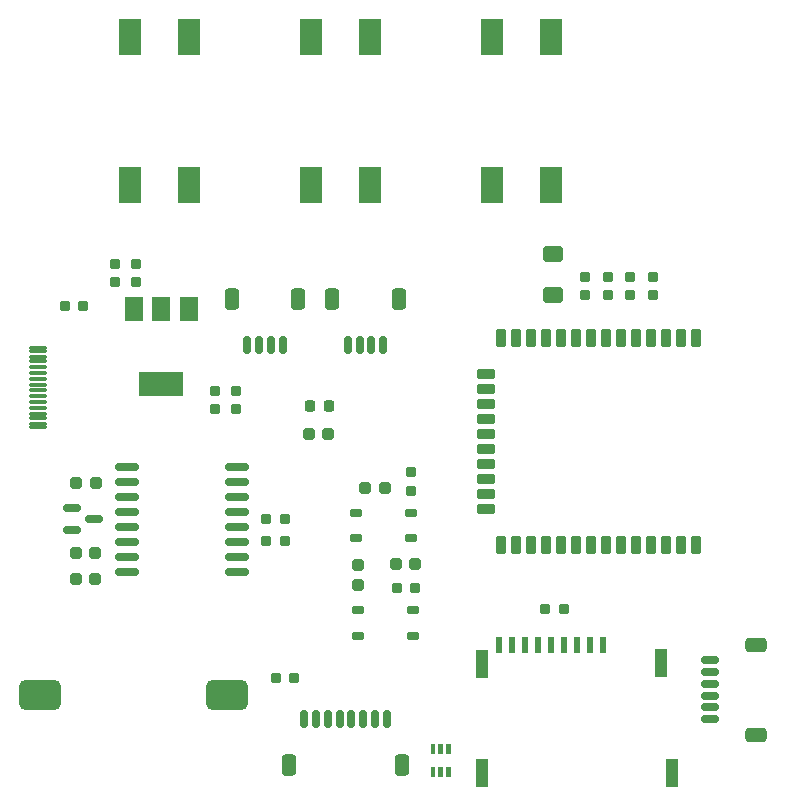
<source format=gtp>
G04 #@! TF.GenerationSoftware,KiCad,Pcbnew,7.0.1*
G04 #@! TF.CreationDate,2023-04-16T16:23:16+07:00*
G04 #@! TF.ProjectId,chargerV1,63686172-6765-4725-9631-2e6b69636164,rev?*
G04 #@! TF.SameCoordinates,Original*
G04 #@! TF.FileFunction,Paste,Top*
G04 #@! TF.FilePolarity,Positive*
%FSLAX46Y46*%
G04 Gerber Fmt 4.6, Leading zero omitted, Abs format (unit mm)*
G04 Created by KiCad (PCBNEW 7.0.1) date 2023-04-16 16:23:16*
%MOMM*%
%LPD*%
G01*
G04 APERTURE LIST*
G04 Aperture macros list*
%AMRoundRect*
0 Rectangle with rounded corners*
0 $1 Rounding radius*
0 $2 $3 $4 $5 $6 $7 $8 $9 X,Y pos of 4 corners*
0 Add a 4 corners polygon primitive as box body*
4,1,4,$2,$3,$4,$5,$6,$7,$8,$9,$2,$3,0*
0 Add four circle primitives for the rounded corners*
1,1,$1+$1,$2,$3*
1,1,$1+$1,$4,$5*
1,1,$1+$1,$6,$7*
1,1,$1+$1,$8,$9*
0 Add four rect primitives between the rounded corners*
20,1,$1+$1,$2,$3,$4,$5,0*
20,1,$1+$1,$4,$5,$6,$7,0*
20,1,$1+$1,$6,$7,$8,$9,0*
20,1,$1+$1,$8,$9,$2,$3,0*%
G04 Aperture macros list end*
%ADD10C,0.010000*%
%ADD11RoundRect,0.127500X0.297500X0.322500X-0.297500X0.322500X-0.297500X-0.322500X0.297500X-0.322500X0*%
%ADD12RoundRect,0.127500X0.322500X-0.297500X0.322500X0.297500X-0.322500X0.297500X-0.322500X-0.297500X0*%
%ADD13RoundRect,0.218750X-0.218750X-0.256250X0.218750X-0.256250X0.218750X0.256250X-0.218750X0.256250X0*%
%ADD14R,1.850000X3.048000*%
%ADD15RoundRect,0.150000X0.150000X0.625000X-0.150000X0.625000X-0.150000X-0.625000X0.150000X-0.625000X0*%
%ADD16RoundRect,0.250000X0.350000X0.650000X-0.350000X0.650000X-0.350000X-0.650000X0.350000X-0.650000X0*%
%ADD17R,0.620000X1.400000*%
%ADD18R,1.100000X2.400000*%
%ADD19RoundRect,0.127500X-0.297500X-0.322500X0.297500X-0.322500X0.297500X0.322500X-0.297500X0.322500X0*%
%ADD20RoundRect,0.250000X-0.250000X-0.250000X0.250000X-0.250000X0.250000X0.250000X-0.250000X0.250000X0*%
%ADD21RoundRect,0.075000X-0.675000X0.075000X-0.675000X-0.075000X0.675000X-0.075000X0.675000X0.075000X0*%
%ADD22RoundRect,0.222250X-0.222250X0.527050X-0.222250X-0.527050X0.222250X-0.527050X0.222250X0.527050X0*%
%ADD23RoundRect,0.225000X-0.525000X-0.225000X0.525000X-0.225000X0.525000X0.225000X-0.525000X0.225000X0*%
%ADD24RoundRect,0.150000X-0.587500X-0.150000X0.587500X-0.150000X0.587500X0.150000X-0.587500X0.150000X0*%
%ADD25RoundRect,0.150000X0.625000X-0.150000X0.625000X0.150000X-0.625000X0.150000X-0.625000X-0.150000X0*%
%ADD26RoundRect,0.250000X0.650000X-0.350000X0.650000X0.350000X-0.650000X0.350000X-0.650000X-0.350000X0*%
%ADD27RoundRect,0.150000X-0.150000X-0.625000X0.150000X-0.625000X0.150000X0.625000X-0.150000X0.625000X0*%
%ADD28RoundRect,0.250000X-0.350000X-0.650000X0.350000X-0.650000X0.350000X0.650000X-0.350000X0.650000X0*%
%ADD29RoundRect,0.250000X0.250000X0.250000X-0.250000X0.250000X-0.250000X-0.250000X0.250000X-0.250000X0*%
%ADD30RoundRect,0.250000X0.600000X-0.400000X0.600000X0.400000X-0.600000X0.400000X-0.600000X-0.400000X0*%
%ADD31RoundRect,0.162500X-0.362500X-0.162500X0.362500X-0.162500X0.362500X0.162500X-0.362500X0.162500X0*%
%ADD32RoundRect,0.647700X1.155700X0.647700X-1.155700X0.647700X-1.155700X-0.647700X1.155700X-0.647700X0*%
%ADD33RoundRect,0.127500X-0.322500X0.297500X-0.322500X-0.297500X0.322500X-0.297500X0.322500X0.297500X0*%
%ADD34RoundRect,0.250000X-0.250000X0.250000X-0.250000X-0.250000X0.250000X-0.250000X0.250000X0.250000X0*%
%ADD35RoundRect,0.150000X0.875000X0.150000X-0.875000X0.150000X-0.875000X-0.150000X0.875000X-0.150000X0*%
%ADD36R,1.500000X2.000000*%
%ADD37R,3.800000X2.000000*%
G04 APERTURE END LIST*
D10*
X99910000Y-125993889D02*
X99608454Y-125993889D01*
X99608454Y-125245000D01*
X99910000Y-125245000D01*
X99910000Y-125993889D01*
G36*
X99910000Y-125993889D02*
G01*
X99608454Y-125993889D01*
X99608454Y-125245000D01*
X99910000Y-125245000D01*
X99910000Y-125993889D01*
G37*
X99910000Y-127895920D02*
X99609445Y-127895920D01*
X99609445Y-127145000D01*
X99910000Y-127145000D01*
X99910000Y-127895920D01*
G36*
X99910000Y-127895920D02*
G01*
X99609445Y-127895920D01*
X99609445Y-127145000D01*
X99910000Y-127145000D01*
X99910000Y-127895920D01*
G37*
X100560000Y-127896250D02*
X100259858Y-127896250D01*
X100259858Y-127145000D01*
X100560000Y-127145000D01*
X100560000Y-127896250D01*
G36*
X100560000Y-127896250D02*
G01*
X100259858Y-127896250D01*
X100259858Y-127145000D01*
X100560000Y-127145000D01*
X100560000Y-127896250D01*
G37*
X100560000Y-125994924D02*
X100259980Y-125994924D01*
X100259980Y-125245000D01*
X100560000Y-125245000D01*
X100560000Y-125994924D01*
G36*
X100560000Y-125994924D02*
G01*
X100259980Y-125994924D01*
X100259980Y-125245000D01*
X100560000Y-125245000D01*
X100560000Y-125994924D01*
G37*
X101210000Y-125994957D02*
X100910037Y-125994957D01*
X100910037Y-125245000D01*
X101210000Y-125245000D01*
X101210000Y-125994957D01*
G36*
X101210000Y-125994957D02*
G01*
X100910037Y-125994957D01*
X100910037Y-125245000D01*
X101210000Y-125245000D01*
X101210000Y-125994957D01*
G37*
X101210000Y-127896090D02*
X100910413Y-127896090D01*
X100910413Y-127145000D01*
X101210000Y-127145000D01*
X101210000Y-127896090D01*
G36*
X101210000Y-127896090D02*
G01*
X100910413Y-127896090D01*
X100910413Y-127145000D01*
X101210000Y-127145000D01*
X101210000Y-127896090D01*
G37*
D11*
X70205000Y-88180000D03*
X68655000Y-88180000D03*
D12*
X114615000Y-87245000D03*
X114615000Y-85695000D03*
D11*
X110875000Y-113830000D03*
X109325000Y-113830000D03*
D13*
X90965000Y-96567500D03*
X89390000Y-96567500D03*
D14*
X74180000Y-77900000D03*
X74180000Y-65400000D03*
X79180000Y-77900000D03*
X79180000Y-65400000D03*
D15*
X95600000Y-91455000D03*
X94600000Y-91455000D03*
X93600000Y-91455000D03*
X92600000Y-91455000D03*
D16*
X96900000Y-87580000D03*
X91300000Y-87580000D03*
D17*
X114170000Y-116845000D03*
X113070000Y-116845000D03*
X111970000Y-116845000D03*
X110870000Y-116845000D03*
X109770000Y-116845000D03*
X108670000Y-116845000D03*
X107570000Y-116845000D03*
X106470000Y-116845000D03*
X105370000Y-116845000D03*
D18*
X103990000Y-118470000D03*
X103990000Y-127650000D03*
X119090000Y-118395000D03*
X120065000Y-127645000D03*
D19*
X85690000Y-108010000D03*
X87240000Y-108010000D03*
D12*
X116520000Y-87245000D03*
X116520000Y-85695000D03*
D20*
X94072500Y-103515000D03*
X95722500Y-103515000D03*
D15*
X87070000Y-91455000D03*
X86070000Y-91455000D03*
X85070000Y-91455000D03*
X84070000Y-91455000D03*
D16*
X88370000Y-87580000D03*
X82770000Y-87580000D03*
D21*
X66370000Y-91690000D03*
X66370000Y-92490000D03*
X66370000Y-93790000D03*
X66370000Y-94790000D03*
X66370000Y-95290000D03*
X66370000Y-96290000D03*
X66370000Y-97590000D03*
X66370000Y-98390000D03*
X66370000Y-98090000D03*
X66370000Y-97290000D03*
X66370000Y-96790000D03*
X66370000Y-95790000D03*
X66370000Y-94290000D03*
X66370000Y-93290000D03*
X66370000Y-92790000D03*
X66370000Y-91990000D03*
D22*
X122055000Y-90845000D03*
X120785000Y-90845000D03*
X119515000Y-90845000D03*
X118245000Y-90845000D03*
X116975000Y-90845000D03*
X115705000Y-90845000D03*
X114435000Y-90845000D03*
X113165000Y-90845000D03*
X111895000Y-90845000D03*
X110625000Y-90845000D03*
X109355000Y-90845000D03*
X108085000Y-90845000D03*
X106815000Y-90845000D03*
X105545000Y-90845000D03*
D23*
X104295000Y-93885000D03*
X104295000Y-95155000D03*
X104295000Y-96425000D03*
X104295000Y-97695000D03*
X104295000Y-98965000D03*
X104295000Y-100235000D03*
X104295000Y-101505000D03*
X104295000Y-102775000D03*
X104295000Y-104045000D03*
X104295000Y-105315000D03*
D22*
X105545000Y-108345000D03*
X106815000Y-108345000D03*
X108085000Y-108345000D03*
X109355000Y-108345000D03*
X110625000Y-108345000D03*
X111895000Y-108345000D03*
X113165000Y-108345000D03*
X114435000Y-108345000D03*
X115705000Y-108345000D03*
X116975000Y-108345000D03*
X118245000Y-108345000D03*
X119515000Y-108345000D03*
X120785000Y-108345000D03*
X122055000Y-108345000D03*
D11*
X98285000Y-112035000D03*
X96735000Y-112035000D03*
D24*
X69252500Y-105215000D03*
X69252500Y-107115000D03*
X71127500Y-106165000D03*
D20*
X69600000Y-103095000D03*
X71250000Y-103095000D03*
D25*
X123250000Y-123130000D03*
X123250000Y-122130000D03*
X123250000Y-121130000D03*
X123250000Y-120130000D03*
X123250000Y-119130000D03*
X123250000Y-118130000D03*
D26*
X127125000Y-124430000D03*
X127125000Y-116830000D03*
D27*
X88900000Y-123090000D03*
X89900000Y-123090000D03*
X90900000Y-123090000D03*
X91900000Y-123090000D03*
X92900000Y-123090000D03*
X93900000Y-123090000D03*
X94900000Y-123090000D03*
X95900000Y-123090000D03*
D28*
X87600000Y-126965000D03*
X97200000Y-126965000D03*
D29*
X98292500Y-110020000D03*
X96642500Y-110020000D03*
D12*
X72912000Y-86119000D03*
X72912000Y-84569000D03*
D30*
X110000000Y-87250000D03*
X110000000Y-83750000D03*
D12*
X74690000Y-86119000D03*
X74690000Y-84569000D03*
D14*
X89500000Y-77900000D03*
X89500000Y-65400000D03*
X94500000Y-77900000D03*
X94500000Y-65400000D03*
D20*
X89300000Y-98992500D03*
X90950000Y-98992500D03*
D31*
X93287326Y-105640144D03*
X97937326Y-105640144D03*
X93287326Y-107790144D03*
X97937326Y-107790144D03*
X93437326Y-113920144D03*
X98087326Y-113920144D03*
X93437326Y-116070144D03*
X98087326Y-116070144D03*
D11*
X88045000Y-119660000D03*
X86495000Y-119660000D03*
D32*
X66535600Y-121100003D03*
X82334400Y-121100003D03*
D33*
X81350000Y-95310000D03*
X81350000Y-96860000D03*
D19*
X85710000Y-106170000D03*
X87260000Y-106170000D03*
D34*
X93440000Y-110080000D03*
X93440000Y-111730000D03*
D12*
X112710000Y-87245000D03*
X112710000Y-85695000D03*
D29*
X71210000Y-111265000D03*
X69560000Y-111265000D03*
D14*
X104820000Y-77900000D03*
X104820000Y-65400000D03*
X109820000Y-77900000D03*
X109820000Y-65400000D03*
D12*
X118425000Y-87245000D03*
X118425000Y-85695000D03*
X97950000Y-103775000D03*
X97950000Y-102225000D03*
D35*
X83180000Y-110660000D03*
X83180000Y-109390000D03*
X83180000Y-108120000D03*
X83180000Y-106850000D03*
X83180000Y-105580000D03*
X83180000Y-104310000D03*
X83180000Y-103040000D03*
X83180000Y-101770000D03*
X73880000Y-101770000D03*
X73880000Y-103040000D03*
X73880000Y-104310000D03*
X73880000Y-105580000D03*
X73880000Y-106850000D03*
X73880000Y-108120000D03*
X73880000Y-109390000D03*
X73880000Y-110660000D03*
D36*
X79110000Y-88420000D03*
X76810000Y-88420000D03*
D37*
X76810000Y-94720000D03*
D36*
X74510000Y-88420000D03*
D33*
X83160000Y-95310000D03*
X83160000Y-96860000D03*
D29*
X71210000Y-109035000D03*
X69560000Y-109035000D03*
M02*

</source>
